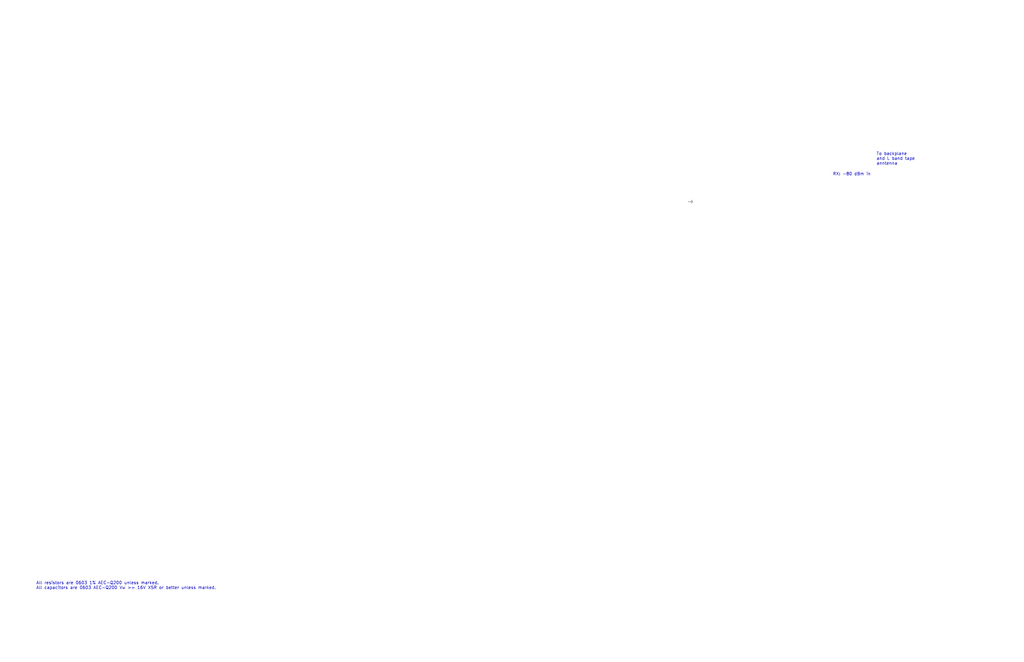
<source format=kicad_sch>
(kicad_sch (version 20230121) (generator eeschema)
  (paper "USLedger")
  (title_block (title "OreSat C3: L Band Radio") (date "2023-05-29") (rev "6.1"))
  (lib_symbols)
  (polyline (pts (xy 292.1 85.09) (xy 291.465 84.455)) (stroke (width 0.254) (color 146 146 146 1)))
  (polyline (pts (xy 292.1 85.09) (xy 290.195 85.09)) (stroke (width 0.254) (color 146 146 146 1)))
  (polyline (pts (xy 292.1 85.09) (xy 291.465 85.725)) (stroke (width 0.254) (color 146 146 146 1)))
  (text "RX: -80 dBm in\n" (at 351.155 74.295 0) (effects (font (size 1.27 1.27)) (justify left bottom)))
  (text "To backplane \nand L band tape\nanntenna" (at 369.57 69.85 0) (effects (font (size 1.27 1.27)) (justify left bottom)))
  (text "All resistors are 0603 1% AEC-Q200 unless marked.\nAll capacitors are 0603 AEC-Q200 Vw >= 16V X5R or better unless marked." (at 15.24 248.92 0) (effects (font (size 1.27 1.27)) (justify left bottom)))
)
</source>
